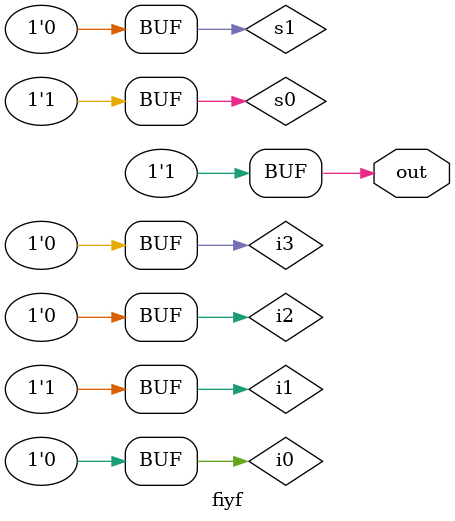
<source format=v>
module fiyf(

  output reg out
);
reg i0,i1,i2,i3,s0,s1;
initial begin
i0=0;i1=1;i2=0;i3=0;s1=0;s0=1;
if(s1==0)
    if(s0==0)
        out=i0;
    else
        out=i1;
else
    if(s0==0)
        out=i2;
    else
        out=i3;
        
end
endmodule

</source>
